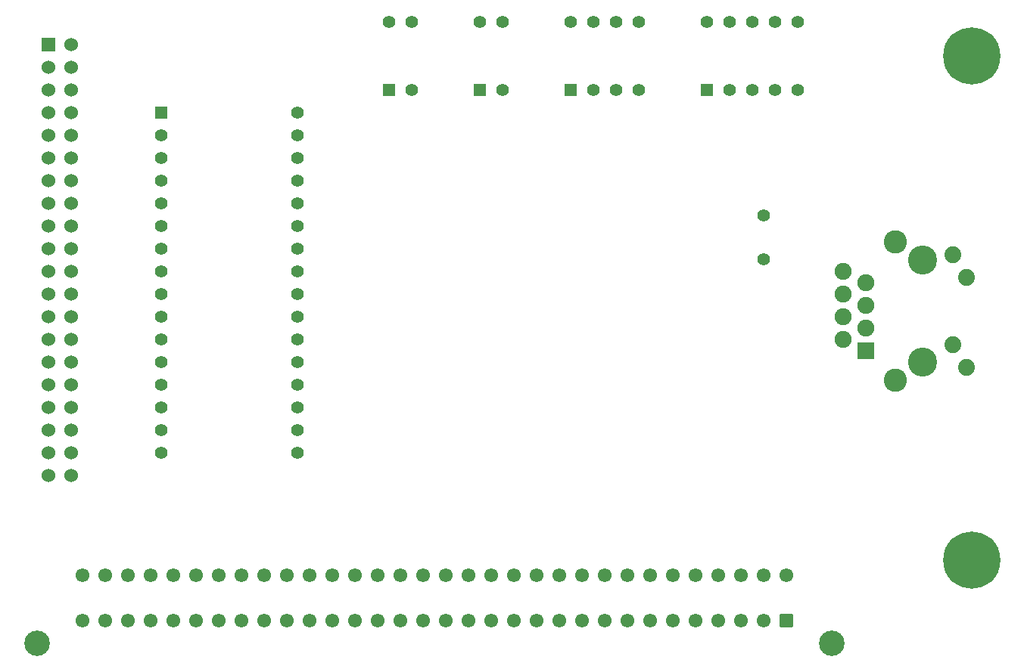
<source format=gbs>
%TF.GenerationSoftware,KiCad,Pcbnew,(5.1.12)-1*%
%TF.CreationDate,2022-04-27T23:33:07+02:00*%
%TF.ProjectId,1834_Ethernet,31383334-5f45-4746-9865-726e65742e6b,1.0*%
%TF.SameCoordinates,Original*%
%TF.FileFunction,Soldermask,Bot*%
%TF.FilePolarity,Negative*%
%FSLAX46Y46*%
G04 Gerber Fmt 4.6, Leading zero omitted, Abs format (unit mm)*
G04 Created by KiCad (PCBNEW (5.1.12)-1) date 2022-04-27 23:33:07*
%MOMM*%
%LPD*%
G01*
G04 APERTURE LIST*
%ADD10C,1.550000*%
%ADD11C,2.850000*%
%ADD12C,1.524000*%
%ADD13R,1.524000X1.524000*%
%ADD14C,1.397000*%
%ADD15R,1.397000X1.397000*%
%ADD16C,6.400000*%
%ADD17C,0.800000*%
%ADD18R,1.900000X1.900000*%
%ADD19C,1.900000*%
%ADD20C,1.890000*%
%ADD21C,2.600000*%
%ADD22C,3.250000*%
G04 APERTURE END LIST*
D10*
%TO.C,BUS2*%
X101600000Y-124206000D03*
X104140000Y-124206000D03*
X106680000Y-124206000D03*
X109220000Y-124206000D03*
X111760000Y-124206000D03*
X114300000Y-124206000D03*
X116840000Y-124206000D03*
X119380000Y-124206000D03*
X121920000Y-124206000D03*
X124460000Y-124206000D03*
X127000000Y-124206000D03*
X129540000Y-124206000D03*
X132080000Y-124206000D03*
X134620000Y-124206000D03*
X137160000Y-124206000D03*
X139700000Y-124206000D03*
X142240000Y-124206000D03*
X144780000Y-124206000D03*
X147320000Y-124206000D03*
X149860000Y-124206000D03*
X152400000Y-124206000D03*
X154940000Y-124206000D03*
X157480000Y-124206000D03*
X160020000Y-124206000D03*
X162560000Y-124206000D03*
X165100000Y-124206000D03*
X167640000Y-124206000D03*
X170180000Y-124206000D03*
X172720000Y-124206000D03*
X175260000Y-124206000D03*
X177800000Y-124206000D03*
X180340000Y-124206000D03*
X101600000Y-129286000D03*
X104140000Y-129286000D03*
X106680000Y-129286000D03*
X109220000Y-129286000D03*
X111760000Y-129286000D03*
X114300000Y-129286000D03*
X116840000Y-129286000D03*
X119380000Y-129286000D03*
X121920000Y-129286000D03*
X124460000Y-129286000D03*
X127000000Y-129286000D03*
X129540000Y-129286000D03*
X132080000Y-129286000D03*
X134620000Y-129286000D03*
X137160000Y-129286000D03*
X139700000Y-129286000D03*
X142240000Y-129286000D03*
X144780000Y-129286000D03*
X147320000Y-129286000D03*
X149860000Y-129286000D03*
X152400000Y-129286000D03*
X154940000Y-129286000D03*
X157480000Y-129286000D03*
X160020000Y-129286000D03*
X162560000Y-129286000D03*
X165100000Y-129286000D03*
X167640000Y-129286000D03*
X170180000Y-129286000D03*
X172720000Y-129286000D03*
X175260000Y-129286000D03*
X177800000Y-129286000D03*
G36*
G01*
X181115000Y-128760999D02*
X181115000Y-129811001D01*
G75*
G02*
X180865001Y-130061000I-249999J0D01*
G01*
X179814999Y-130061000D01*
G75*
G02*
X179565000Y-129811001I0J249999D01*
G01*
X179565000Y-128760999D01*
G75*
G02*
X179814999Y-128511000I249999J0D01*
G01*
X180865001Y-128511000D01*
G75*
G02*
X181115000Y-128760999I0J-249999D01*
G01*
G37*
D11*
X96520000Y-131826000D03*
X185420000Y-131826000D03*
%TD*%
D12*
%TO.C,J2*%
X100330000Y-113030000D03*
X97790000Y-113030000D03*
X100330000Y-110490000D03*
X97790000Y-110490000D03*
X100330000Y-107950000D03*
X97790000Y-107950000D03*
X100330000Y-105410000D03*
X97790000Y-105410000D03*
X100330000Y-102870000D03*
X97790000Y-102870000D03*
X97790000Y-100330000D03*
X100330000Y-100330000D03*
X97790000Y-97790000D03*
X100330000Y-97790000D03*
X100330000Y-95250000D03*
X97790000Y-95250000D03*
X100330000Y-92710000D03*
X97790000Y-92710000D03*
X100330000Y-90170000D03*
X97790000Y-90170000D03*
X100330000Y-87630000D03*
X97790000Y-87630000D03*
X100330000Y-85090000D03*
X97790000Y-85090000D03*
X100330000Y-82550000D03*
X97790000Y-82550000D03*
X100330000Y-80010000D03*
X97790000Y-80010000D03*
X100330000Y-77470000D03*
X97790000Y-77470000D03*
X100330000Y-74930000D03*
X97790000Y-74930000D03*
X100330000Y-72390000D03*
X97790000Y-72390000D03*
X100330000Y-69850000D03*
X97790000Y-69850000D03*
X100330000Y-67310000D03*
X97790000Y-67310000D03*
X100330000Y-64770000D03*
D13*
X97790000Y-64770000D03*
%TD*%
D14*
%TO.C,SW4*%
X171450000Y-62230000D03*
X173990000Y-62230000D03*
X176530000Y-62230000D03*
X179070000Y-62230000D03*
X181610000Y-62230000D03*
X181610000Y-69850000D03*
X179070000Y-69850000D03*
X176530000Y-69850000D03*
X173990000Y-69850000D03*
D15*
X171450000Y-69850000D03*
%TD*%
D14*
%TO.C,SW3*%
X156210000Y-62230000D03*
X158750000Y-62230000D03*
X161290000Y-62230000D03*
X163830000Y-62230000D03*
X163830000Y-69850000D03*
X161290000Y-69850000D03*
X158750000Y-69850000D03*
D15*
X156210000Y-69850000D03*
%TD*%
D14*
%TO.C,SW2*%
X146050000Y-62230000D03*
X148590000Y-62230000D03*
X148590000Y-69850000D03*
D15*
X146050000Y-69850000D03*
%TD*%
D14*
%TO.C,SW1*%
X135890000Y-62230000D03*
X138430000Y-62230000D03*
X138430000Y-69850000D03*
D15*
X135890000Y-69850000D03*
%TD*%
D14*
%TO.C,Y1*%
X177800000Y-83919060D03*
X177800000Y-88800940D03*
%TD*%
D15*
%TO.C,U2*%
X110363000Y-72390000D03*
D14*
X110363000Y-74930000D03*
X110363000Y-77470000D03*
X110363000Y-80010000D03*
X110363000Y-82550000D03*
X110363000Y-85090000D03*
X110363000Y-87630000D03*
X110363000Y-90170000D03*
X110363000Y-92710000D03*
X110363000Y-95250000D03*
X110363000Y-97790000D03*
X110363000Y-100330000D03*
X110363000Y-102870000D03*
X110363000Y-105410000D03*
X110363000Y-107950000D03*
X110363000Y-110490000D03*
X125603000Y-110490000D03*
X125603000Y-107950000D03*
X125603000Y-105410000D03*
X125603000Y-102870000D03*
X125603000Y-100330000D03*
X125603000Y-97790000D03*
X125603000Y-95250000D03*
X125603000Y-92710000D03*
X125603000Y-90170000D03*
X125603000Y-87630000D03*
X125603000Y-85090000D03*
X125603000Y-82550000D03*
X125603000Y-80010000D03*
X125603000Y-77470000D03*
X125603000Y-74930000D03*
X125603000Y-72390000D03*
%TD*%
D16*
%TO.C,HOLE1*%
X201041000Y-66040000D03*
D17*
X203441000Y-66040000D03*
X202738056Y-67737056D03*
X201041000Y-68440000D03*
X199343944Y-67737056D03*
X198641000Y-66040000D03*
X199343944Y-64342944D03*
X201041000Y-63640000D03*
X202738056Y-64342944D03*
%TD*%
%TO.C,HOLE2*%
X202738056Y-120857944D03*
X201041000Y-120155000D03*
X199343944Y-120857944D03*
X198641000Y-122555000D03*
X199343944Y-124252056D03*
X201041000Y-124955000D03*
X202738056Y-124252056D03*
X203441000Y-122555000D03*
D16*
X201041000Y-122555000D03*
%TD*%
D18*
%TO.C,J1*%
X189230000Y-99060000D03*
D19*
X186690000Y-97790000D03*
X189230000Y-96520000D03*
X186690000Y-95250000D03*
X189230000Y-93980000D03*
X186690000Y-92710000D03*
X189230000Y-91440000D03*
X186690000Y-90170000D03*
D20*
X198950000Y-88290000D03*
X200470000Y-90830000D03*
X198950000Y-98400000D03*
X200470000Y-100940000D03*
D21*
X192520000Y-102390000D03*
X192520000Y-86840000D03*
D22*
X195570000Y-100330000D03*
X195570000Y-88900000D03*
%TD*%
M02*

</source>
